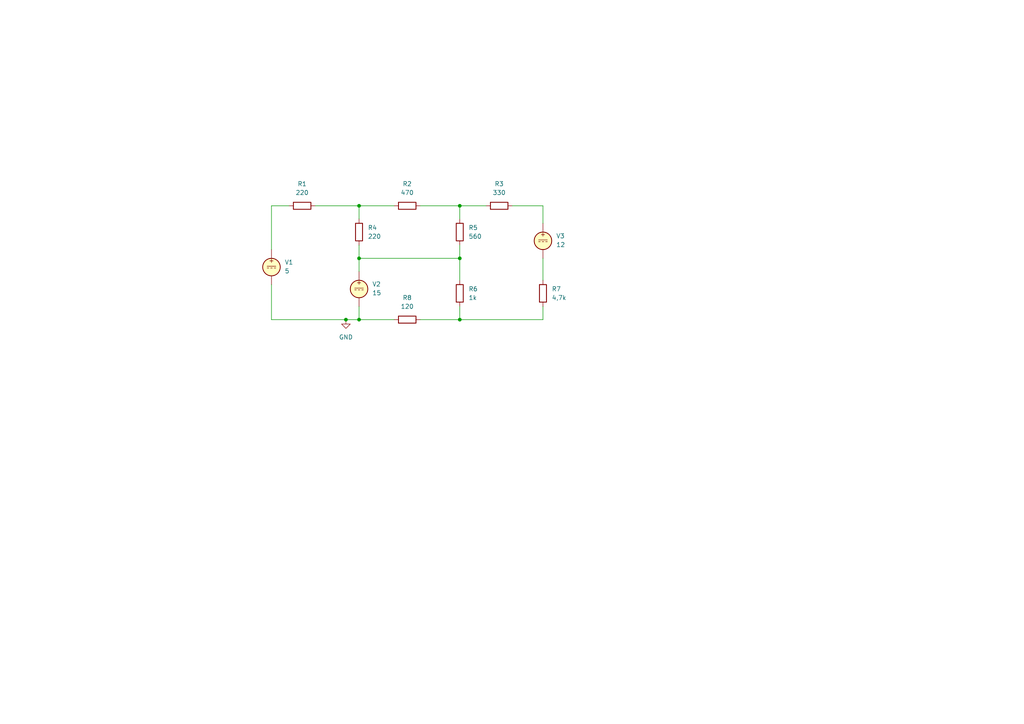
<source format=kicad_sch>
(kicad_sch (version 20250114) (generator "eeschema") (generator_version "9.0")
  (paper "A4")
  (lib_symbols
    (symbol "Device:R" (pin_numbers (hide yes)) (pin_names (offset 0))
      (property "Reference" "R" (at 2.032 0 90))
      (property "Value" "R" (at 0 0 90))
      (symbol "R_0_1"
        (rectangle (start -1.016 -2.54) (end 1.016 2.54) (stroke (width 0.254)))
      )
      (symbol "R_1_1"
        (pin passive line (at 0 3.81 270) (length 1.27) (name "~") (number "1"))
        (pin passive line (at 0 -3.81 90) (length 1.27) (name "~") (number "2"))
      )
    )
    (symbol "Simulation_SPICE:VDC" (pin_numbers (hide yes)) (pin_names (offset 0.0254))
      (property "Reference" "V" (at 2.54 2.54 0))
      (property "Value" "1" (at 2.54 0 0))
      (symbol "VDC_0_0"
        (polyline (pts (xy -1.27 0.254) (xy 1.27 0.254)))
        (polyline (pts (xy -0.762 -0.254) (xy -1.27 -0.254)))
        (polyline (pts (xy 0.254 -0.254) (xy -0.254 -0.254)))
        (polyline (pts (xy 1.27 -0.254) (xy 0.762 -0.254)))
        (text "+" (at 0 1.905 0) (effects (font (size 1.27 1.27))))
      )
      (symbol "VDC_0_1"
        (circle (center 0 0) (radius 2.54) (stroke (width 0.254)) (fill (type background)))
      )
      (symbol "VDC_1_1"
        (pin passive line (at 0 5.08 270) (length 2.54) (name "~") (number "1"))
        (pin passive line (at 0 -5.08 90) (length 2.54) (name "~") (number "2"))
      )
    )
    (symbol "power:GND" (power) (pin_numbers (hide yes)) (pin_names (offset 0) (hide yes))
      (property "Value" "GND" (at 0 -3.81 0))
      (symbol "GND_0_1"
        (polyline (pts (xy 0 0) (xy 0 -1.27) (xy 1.27 -1.27) (xy 0 -2.54) (xy -1.27 -1.27) (xy 0 -1.27)))
      )
      (symbol "GND_1_1"
        (pin power_in line (at 0 0 270) (length 0) (name "~") (number "1"))
      )
    )
  )
  (junction (at 133.35 59.69))
  (junction (at 104.14 74.93))
  (junction (at 133.35 92.71))
  (junction (at 104.14 59.69))
  (junction (at 133.35 74.93))
  (junction (at 104.14 92.71))
  (junction (at 100.33 92.71))
  (wire (pts (xy 121.92 92.71) (xy 133.35 92.71)))
  (wire (pts (xy 104.14 88.9) (xy 104.14 92.71)))
  (wire (pts (xy 104.14 74.93) (xy 133.35 74.93)))
  (wire (pts (xy 157.48 59.69) (xy 148.59 59.69)))
  (wire (pts (xy 133.35 71.12) (xy 133.35 74.93)))
  (wire (pts (xy 78.74 92.71) (xy 100.33 92.71)))
  (wire (pts (xy 133.35 59.69) (xy 133.35 63.5)))
  (wire (pts (xy 104.14 71.12) (xy 104.14 74.93)))
  (wire (pts (xy 104.14 59.69) (xy 91.44 59.69)))
  (wire (pts (xy 140.97 59.69) (xy 133.35 59.69)))
  (wire (pts (xy 157.48 64.77) (xy 157.48 59.69)))
  (wire (pts (xy 100.33 92.71) (xy 104.14 92.71)))
  (wire (pts (xy 133.35 74.93) (xy 133.35 81.28)))
  (wire (pts (xy 157.48 88.9) (xy 157.48 92.71)))
  (wire (pts (xy 78.74 82.55) (xy 78.74 92.71)))
  (wire (pts (xy 104.14 59.69) (xy 104.14 63.5)))
  (wire (pts (xy 157.48 74.93) (xy 157.48 81.28)))
  (wire (pts (xy 78.74 59.69) (xy 78.74 72.39)))
  (wire (pts (xy 114.3 59.69) (xy 104.14 59.69)))
  (wire (pts (xy 104.14 74.93) (xy 104.14 78.74)))
  (wire (pts (xy 83.82 59.69) (xy 78.74 59.69)))
  (wire (pts (xy 133.35 92.71) (xy 157.48 92.71)))
  (wire (pts (xy 133.35 92.71) (xy 133.35 88.9)))
  (wire (pts (xy 121.92 59.69) (xy 133.35 59.69)))
  (wire (pts (xy 104.14 92.71) (xy 114.3 92.71)))
  (symbol (lib_id "Simulation_SPICE:VDC") (at 78.74 77.47 0) (unit 1)
    (property "Reference" "V1" (at 82.55 76.0701 0) (effects (justify left)))
    (property "Value" "5" (at 82.55 78.6101 0) (effects (justify left)))
    (property "Datasheet" "https://ngspice.sourceforge.io/docs/ngspice-html-manual/manual.xhtml#sec_Independent_Sources_for" (effects (hide yes)))
    (property "Description" "Voltage source, DC" (effects (hide yes)))
    (property "Sim.Pins" "1=+ 2=-" (effects (hide yes)))
    (property "Sim.Type" "DC" (effects (hide yes)))
    (property "Sim.Device" "V" (effects (hide yes)))
  )
  (symbol (lib_id "Device:R") (at 118.11 59.69 270) (unit 1)
    (property "Reference" "R2" (at 118.11 53.34 90))
    (property "Value" "470" (at 118.11 55.88 90))
    (property "Description" "Resistor" (effects (hide yes)))
  )
  (symbol (lib_id "Simulation_SPICE:VDC") (at 157.48 69.85 0) (unit 1)
    (property "Reference" "V3" (at 161.29 68.4501 0) (effects (justify left)))
    (property "Value" "12" (at 161.29 70.9901 0) (effects (justify left)))
    (property "Datasheet" "https://ngspice.sourceforge.io/docs/ngspice-html-manual/manual.xhtml#sec_Independent_Sources_for" (effects (hide yes)))
    (property "Description" "Voltage source, DC" (effects (hide yes)))
    (property "Sim.Pins" "1=+ 2=-" (effects (hide yes)))
    (property "Sim.Type" "DC" (effects (hide yes)))
    (property "Sim.Device" "V" (effects (hide yes)))
  )
  (symbol (lib_id "Device:R") (at 133.35 67.31 0) (unit 1)
    (property "Reference" "R5" (at 135.89 66.0399 0) (effects (justify left)))
    (property "Value" "560" (at 135.89 68.5799 0) (effects (justify left)))
    (property "Description" "Resistor" (effects (hide yes)))
  )
  (symbol (lib_id "Device:R") (at 157.48 85.09 0) (unit 1)
    (property "Reference" "R7" (at 160.02 83.8199 0) (effects (justify left)))
    (property "Value" "4,7k" (at 160.02 86.3599 0) (effects (justify left)))
    (property "Description" "Resistor" (effects (hide yes)))
  )
  (symbol (lib_id "Device:R") (at 104.14 67.31 0) (unit 1)
    (property "Reference" "R4" (at 106.68 66.0399 0) (effects (justify left)))
    (property "Value" "220" (at 106.68 68.5799 0) (effects (justify left)))
    (property "Description" "Resistor" (effects (hide yes)))
  )
  (symbol (lib_id "Simulation_SPICE:VDC") (at 104.14 83.82 0) (unit 1)
    (property "Reference" "V2" (at 107.95 82.4201 0) (effects (justify left)))
    (property "Value" "15" (at 107.95 84.9601 0) (effects (justify left)))
    (property "Datasheet" "https://ngspice.sourceforge.io/docs/ngspice-html-manual/manual.xhtml#sec_Independent_Sources_for" (effects (hide yes)))
    (property "Description" "Voltage source, DC" (effects (hide yes)))
    (property "Sim.Pins" "1=+ 2=-" (effects (hide yes)))
    (property "Sim.Type" "DC" (effects (hide yes)))
    (property "Sim.Device" "V" (effects (hide yes)))
  )
  (symbol (lib_id "Device:R") (at 144.78 59.69 270) (unit 1)
    (property "Reference" "R3" (at 144.78 53.34 90))
    (property "Value" "330" (at 144.78 55.88 90))
    (property "Description" "Resistor" (effects (hide yes)))
  )
  (symbol (lib_id "Device:R") (at 133.35 85.09 0) (unit 1)
    (property "Reference" "R6" (at 135.89 83.8199 0) (effects (justify left)))
    (property "Value" "1k" (at 135.89 86.3599 0) (effects (justify left)))
    (property "Description" "Resistor" (effects (hide yes)))
  )
  (symbol (lib_id "Device:R") (at 118.11 92.71 270) (unit 1)
    (property "Reference" "R8" (at 118.11 86.36 90))
    (property "Value" "120" (at 118.11 88.9 90))
    (property "Description" "Resistor" (effects (hide yes)))
  )
  (symbol (lib_id "Device:R") (at 87.63 59.69 270) (unit 1)
    (property "Reference" "R1" (at 87.63 53.34 90))
    (property "Value" "220" (at 87.63 55.88 90))
    (property "Description" "Resistor" (effects (hide yes)))
  )
  (symbol (lib_id "power:GND") (at 100.33 92.71 0) (unit 1)
    (property "Reference" "#PWR01" (effects (hide yes)))
    (property "Value" "GND" (at 100.33 97.79 0))
    (property "Description" "Power symbol creates a global label with name \"GND\" , ground" (effects (hide yes)))
  )
)
</source>
